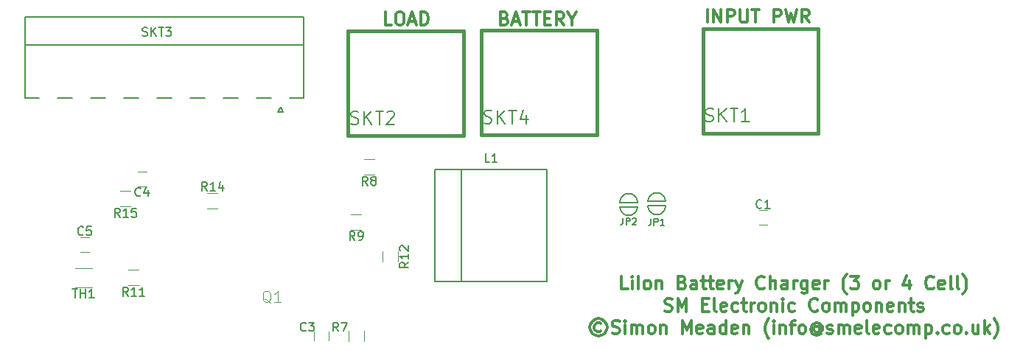
<source format=gbr>
G04 #@! TF.FileFunction,Legend,Top*
%FSLAX46Y46*%
G04 Gerber Fmt 4.6, Leading zero omitted, Abs format (unit mm)*
G04 Created by KiCad (PCBNEW 4.0.6) date Thu Jun  1 11:47:27 2017*
%MOMM*%
%LPD*%
G01*
G04 APERTURE LIST*
%ADD10C,0.100000*%
%ADD11C,0.300000*%
%ADD12C,0.150000*%
%ADD13C,0.203200*%
%ADD14C,0.120000*%
%ADD15C,0.406400*%
%ADD16C,0.101600*%
%ADD17C,0.152400*%
G04 APERTURE END LIST*
D10*
D11*
X123692859Y-72628571D02*
X122978573Y-72628571D01*
X122978573Y-71128571D01*
X124192859Y-72628571D02*
X124192859Y-71628571D01*
X124192859Y-71128571D02*
X124121430Y-71200000D01*
X124192859Y-71271429D01*
X124264287Y-71200000D01*
X124192859Y-71128571D01*
X124192859Y-71271429D01*
X124907145Y-72628571D02*
X124907145Y-71128571D01*
X125835717Y-72628571D02*
X125692859Y-72557143D01*
X125621431Y-72485714D01*
X125550002Y-72342857D01*
X125550002Y-71914286D01*
X125621431Y-71771429D01*
X125692859Y-71700000D01*
X125835717Y-71628571D01*
X126050002Y-71628571D01*
X126192859Y-71700000D01*
X126264288Y-71771429D01*
X126335717Y-71914286D01*
X126335717Y-72342857D01*
X126264288Y-72485714D01*
X126192859Y-72557143D01*
X126050002Y-72628571D01*
X125835717Y-72628571D01*
X126978574Y-71628571D02*
X126978574Y-72628571D01*
X126978574Y-71771429D02*
X127050002Y-71700000D01*
X127192860Y-71628571D01*
X127407145Y-71628571D01*
X127550002Y-71700000D01*
X127621431Y-71842857D01*
X127621431Y-72628571D01*
X129978574Y-71842857D02*
X130192860Y-71914286D01*
X130264288Y-71985714D01*
X130335717Y-72128571D01*
X130335717Y-72342857D01*
X130264288Y-72485714D01*
X130192860Y-72557143D01*
X130050002Y-72628571D01*
X129478574Y-72628571D01*
X129478574Y-71128571D01*
X129978574Y-71128571D01*
X130121431Y-71200000D01*
X130192860Y-71271429D01*
X130264288Y-71414286D01*
X130264288Y-71557143D01*
X130192860Y-71700000D01*
X130121431Y-71771429D01*
X129978574Y-71842857D01*
X129478574Y-71842857D01*
X131621431Y-72628571D02*
X131621431Y-71842857D01*
X131550002Y-71700000D01*
X131407145Y-71628571D01*
X131121431Y-71628571D01*
X130978574Y-71700000D01*
X131621431Y-72557143D02*
X131478574Y-72628571D01*
X131121431Y-72628571D01*
X130978574Y-72557143D01*
X130907145Y-72414286D01*
X130907145Y-72271429D01*
X130978574Y-72128571D01*
X131121431Y-72057143D01*
X131478574Y-72057143D01*
X131621431Y-71985714D01*
X132121431Y-71628571D02*
X132692860Y-71628571D01*
X132335717Y-71128571D02*
X132335717Y-72414286D01*
X132407145Y-72557143D01*
X132550003Y-72628571D01*
X132692860Y-72628571D01*
X132978574Y-71628571D02*
X133550003Y-71628571D01*
X133192860Y-71128571D02*
X133192860Y-72414286D01*
X133264288Y-72557143D01*
X133407146Y-72628571D01*
X133550003Y-72628571D01*
X134621431Y-72557143D02*
X134478574Y-72628571D01*
X134192860Y-72628571D01*
X134050003Y-72557143D01*
X133978574Y-72414286D01*
X133978574Y-71842857D01*
X134050003Y-71700000D01*
X134192860Y-71628571D01*
X134478574Y-71628571D01*
X134621431Y-71700000D01*
X134692860Y-71842857D01*
X134692860Y-71985714D01*
X133978574Y-72128571D01*
X135335717Y-72628571D02*
X135335717Y-71628571D01*
X135335717Y-71914286D02*
X135407145Y-71771429D01*
X135478574Y-71700000D01*
X135621431Y-71628571D01*
X135764288Y-71628571D01*
X136121431Y-71628571D02*
X136478574Y-72628571D01*
X136835716Y-71628571D02*
X136478574Y-72628571D01*
X136335716Y-72985714D01*
X136264288Y-73057143D01*
X136121431Y-73128571D01*
X139407145Y-72485714D02*
X139335716Y-72557143D01*
X139121430Y-72628571D01*
X138978573Y-72628571D01*
X138764288Y-72557143D01*
X138621430Y-72414286D01*
X138550002Y-72271429D01*
X138478573Y-71985714D01*
X138478573Y-71771429D01*
X138550002Y-71485714D01*
X138621430Y-71342857D01*
X138764288Y-71200000D01*
X138978573Y-71128571D01*
X139121430Y-71128571D01*
X139335716Y-71200000D01*
X139407145Y-71271429D01*
X140050002Y-72628571D02*
X140050002Y-71128571D01*
X140692859Y-72628571D02*
X140692859Y-71842857D01*
X140621430Y-71700000D01*
X140478573Y-71628571D01*
X140264288Y-71628571D01*
X140121430Y-71700000D01*
X140050002Y-71771429D01*
X142050002Y-72628571D02*
X142050002Y-71842857D01*
X141978573Y-71700000D01*
X141835716Y-71628571D01*
X141550002Y-71628571D01*
X141407145Y-71700000D01*
X142050002Y-72557143D02*
X141907145Y-72628571D01*
X141550002Y-72628571D01*
X141407145Y-72557143D01*
X141335716Y-72414286D01*
X141335716Y-72271429D01*
X141407145Y-72128571D01*
X141550002Y-72057143D01*
X141907145Y-72057143D01*
X142050002Y-71985714D01*
X142764288Y-72628571D02*
X142764288Y-71628571D01*
X142764288Y-71914286D02*
X142835716Y-71771429D01*
X142907145Y-71700000D01*
X143050002Y-71628571D01*
X143192859Y-71628571D01*
X144335716Y-71628571D02*
X144335716Y-72842857D01*
X144264287Y-72985714D01*
X144192859Y-73057143D01*
X144050002Y-73128571D01*
X143835716Y-73128571D01*
X143692859Y-73057143D01*
X144335716Y-72557143D02*
X144192859Y-72628571D01*
X143907145Y-72628571D01*
X143764287Y-72557143D01*
X143692859Y-72485714D01*
X143621430Y-72342857D01*
X143621430Y-71914286D01*
X143692859Y-71771429D01*
X143764287Y-71700000D01*
X143907145Y-71628571D01*
X144192859Y-71628571D01*
X144335716Y-71700000D01*
X145621430Y-72557143D02*
X145478573Y-72628571D01*
X145192859Y-72628571D01*
X145050002Y-72557143D01*
X144978573Y-72414286D01*
X144978573Y-71842857D01*
X145050002Y-71700000D01*
X145192859Y-71628571D01*
X145478573Y-71628571D01*
X145621430Y-71700000D01*
X145692859Y-71842857D01*
X145692859Y-71985714D01*
X144978573Y-72128571D01*
X146335716Y-72628571D02*
X146335716Y-71628571D01*
X146335716Y-71914286D02*
X146407144Y-71771429D01*
X146478573Y-71700000D01*
X146621430Y-71628571D01*
X146764287Y-71628571D01*
X148835715Y-73200000D02*
X148764287Y-73128571D01*
X148621430Y-72914286D01*
X148550001Y-72771429D01*
X148478572Y-72557143D01*
X148407144Y-72200000D01*
X148407144Y-71914286D01*
X148478572Y-71557143D01*
X148550001Y-71342857D01*
X148621430Y-71200000D01*
X148764287Y-70985714D01*
X148835715Y-70914286D01*
X149264287Y-71128571D02*
X150192858Y-71128571D01*
X149692858Y-71700000D01*
X149907144Y-71700000D01*
X150050001Y-71771429D01*
X150121430Y-71842857D01*
X150192858Y-71985714D01*
X150192858Y-72342857D01*
X150121430Y-72485714D01*
X150050001Y-72557143D01*
X149907144Y-72628571D01*
X149478572Y-72628571D01*
X149335715Y-72557143D01*
X149264287Y-72485714D01*
X152192858Y-72628571D02*
X152050000Y-72557143D01*
X151978572Y-72485714D01*
X151907143Y-72342857D01*
X151907143Y-71914286D01*
X151978572Y-71771429D01*
X152050000Y-71700000D01*
X152192858Y-71628571D01*
X152407143Y-71628571D01*
X152550000Y-71700000D01*
X152621429Y-71771429D01*
X152692858Y-71914286D01*
X152692858Y-72342857D01*
X152621429Y-72485714D01*
X152550000Y-72557143D01*
X152407143Y-72628571D01*
X152192858Y-72628571D01*
X153335715Y-72628571D02*
X153335715Y-71628571D01*
X153335715Y-71914286D02*
X153407143Y-71771429D01*
X153478572Y-71700000D01*
X153621429Y-71628571D01*
X153764286Y-71628571D01*
X156050000Y-71628571D02*
X156050000Y-72628571D01*
X155692857Y-71057143D02*
X155335714Y-72128571D01*
X156264286Y-72128571D01*
X158835714Y-72485714D02*
X158764285Y-72557143D01*
X158549999Y-72628571D01*
X158407142Y-72628571D01*
X158192857Y-72557143D01*
X158049999Y-72414286D01*
X157978571Y-72271429D01*
X157907142Y-71985714D01*
X157907142Y-71771429D01*
X157978571Y-71485714D01*
X158049999Y-71342857D01*
X158192857Y-71200000D01*
X158407142Y-71128571D01*
X158549999Y-71128571D01*
X158764285Y-71200000D01*
X158835714Y-71271429D01*
X160049999Y-72557143D02*
X159907142Y-72628571D01*
X159621428Y-72628571D01*
X159478571Y-72557143D01*
X159407142Y-72414286D01*
X159407142Y-71842857D01*
X159478571Y-71700000D01*
X159621428Y-71628571D01*
X159907142Y-71628571D01*
X160049999Y-71700000D01*
X160121428Y-71842857D01*
X160121428Y-71985714D01*
X159407142Y-72128571D01*
X160978571Y-72628571D02*
X160835713Y-72557143D01*
X160764285Y-72414286D01*
X160764285Y-71128571D01*
X161764285Y-72628571D02*
X161621427Y-72557143D01*
X161549999Y-72414286D01*
X161549999Y-71128571D01*
X162192856Y-73200000D02*
X162264284Y-73128571D01*
X162407141Y-72914286D01*
X162478570Y-72771429D01*
X162549999Y-72557143D01*
X162621427Y-72200000D01*
X162621427Y-71914286D01*
X162549999Y-71557143D01*
X162478570Y-71342857D01*
X162407141Y-71200000D01*
X162264284Y-70985714D01*
X162192856Y-70914286D01*
X127942857Y-75107143D02*
X128157143Y-75178571D01*
X128514286Y-75178571D01*
X128657143Y-75107143D01*
X128728572Y-75035714D01*
X128800000Y-74892857D01*
X128800000Y-74750000D01*
X128728572Y-74607143D01*
X128657143Y-74535714D01*
X128514286Y-74464286D01*
X128228572Y-74392857D01*
X128085714Y-74321429D01*
X128014286Y-74250000D01*
X127942857Y-74107143D01*
X127942857Y-73964286D01*
X128014286Y-73821429D01*
X128085714Y-73750000D01*
X128228572Y-73678571D01*
X128585714Y-73678571D01*
X128800000Y-73750000D01*
X129442857Y-75178571D02*
X129442857Y-73678571D01*
X129942857Y-74750000D01*
X130442857Y-73678571D01*
X130442857Y-75178571D01*
X132300000Y-74392857D02*
X132800000Y-74392857D01*
X133014286Y-75178571D02*
X132300000Y-75178571D01*
X132300000Y-73678571D01*
X133014286Y-73678571D01*
X133871429Y-75178571D02*
X133728571Y-75107143D01*
X133657143Y-74964286D01*
X133657143Y-73678571D01*
X135014285Y-75107143D02*
X134871428Y-75178571D01*
X134585714Y-75178571D01*
X134442857Y-75107143D01*
X134371428Y-74964286D01*
X134371428Y-74392857D01*
X134442857Y-74250000D01*
X134585714Y-74178571D01*
X134871428Y-74178571D01*
X135014285Y-74250000D01*
X135085714Y-74392857D01*
X135085714Y-74535714D01*
X134371428Y-74678571D01*
X136371428Y-75107143D02*
X136228571Y-75178571D01*
X135942857Y-75178571D01*
X135799999Y-75107143D01*
X135728571Y-75035714D01*
X135657142Y-74892857D01*
X135657142Y-74464286D01*
X135728571Y-74321429D01*
X135799999Y-74250000D01*
X135942857Y-74178571D01*
X136228571Y-74178571D01*
X136371428Y-74250000D01*
X136799999Y-74178571D02*
X137371428Y-74178571D01*
X137014285Y-73678571D02*
X137014285Y-74964286D01*
X137085713Y-75107143D01*
X137228571Y-75178571D01*
X137371428Y-75178571D01*
X137871428Y-75178571D02*
X137871428Y-74178571D01*
X137871428Y-74464286D02*
X137942856Y-74321429D01*
X138014285Y-74250000D01*
X138157142Y-74178571D01*
X138299999Y-74178571D01*
X139014285Y-75178571D02*
X138871427Y-75107143D01*
X138799999Y-75035714D01*
X138728570Y-74892857D01*
X138728570Y-74464286D01*
X138799999Y-74321429D01*
X138871427Y-74250000D01*
X139014285Y-74178571D01*
X139228570Y-74178571D01*
X139371427Y-74250000D01*
X139442856Y-74321429D01*
X139514285Y-74464286D01*
X139514285Y-74892857D01*
X139442856Y-75035714D01*
X139371427Y-75107143D01*
X139228570Y-75178571D01*
X139014285Y-75178571D01*
X140157142Y-74178571D02*
X140157142Y-75178571D01*
X140157142Y-74321429D02*
X140228570Y-74250000D01*
X140371428Y-74178571D01*
X140585713Y-74178571D01*
X140728570Y-74250000D01*
X140799999Y-74392857D01*
X140799999Y-75178571D01*
X141514285Y-75178571D02*
X141514285Y-74178571D01*
X141514285Y-73678571D02*
X141442856Y-73750000D01*
X141514285Y-73821429D01*
X141585713Y-73750000D01*
X141514285Y-73678571D01*
X141514285Y-73821429D01*
X142871428Y-75107143D02*
X142728571Y-75178571D01*
X142442857Y-75178571D01*
X142299999Y-75107143D01*
X142228571Y-75035714D01*
X142157142Y-74892857D01*
X142157142Y-74464286D01*
X142228571Y-74321429D01*
X142299999Y-74250000D01*
X142442857Y-74178571D01*
X142728571Y-74178571D01*
X142871428Y-74250000D01*
X145514285Y-75035714D02*
X145442856Y-75107143D01*
X145228570Y-75178571D01*
X145085713Y-75178571D01*
X144871428Y-75107143D01*
X144728570Y-74964286D01*
X144657142Y-74821429D01*
X144585713Y-74535714D01*
X144585713Y-74321429D01*
X144657142Y-74035714D01*
X144728570Y-73892857D01*
X144871428Y-73750000D01*
X145085713Y-73678571D01*
X145228570Y-73678571D01*
X145442856Y-73750000D01*
X145514285Y-73821429D01*
X146371428Y-75178571D02*
X146228570Y-75107143D01*
X146157142Y-75035714D01*
X146085713Y-74892857D01*
X146085713Y-74464286D01*
X146157142Y-74321429D01*
X146228570Y-74250000D01*
X146371428Y-74178571D01*
X146585713Y-74178571D01*
X146728570Y-74250000D01*
X146799999Y-74321429D01*
X146871428Y-74464286D01*
X146871428Y-74892857D01*
X146799999Y-75035714D01*
X146728570Y-75107143D01*
X146585713Y-75178571D01*
X146371428Y-75178571D01*
X147514285Y-75178571D02*
X147514285Y-74178571D01*
X147514285Y-74321429D02*
X147585713Y-74250000D01*
X147728571Y-74178571D01*
X147942856Y-74178571D01*
X148085713Y-74250000D01*
X148157142Y-74392857D01*
X148157142Y-75178571D01*
X148157142Y-74392857D02*
X148228571Y-74250000D01*
X148371428Y-74178571D01*
X148585713Y-74178571D01*
X148728571Y-74250000D01*
X148799999Y-74392857D01*
X148799999Y-75178571D01*
X149514285Y-74178571D02*
X149514285Y-75678571D01*
X149514285Y-74250000D02*
X149657142Y-74178571D01*
X149942856Y-74178571D01*
X150085713Y-74250000D01*
X150157142Y-74321429D01*
X150228571Y-74464286D01*
X150228571Y-74892857D01*
X150157142Y-75035714D01*
X150085713Y-75107143D01*
X149942856Y-75178571D01*
X149657142Y-75178571D01*
X149514285Y-75107143D01*
X151085714Y-75178571D02*
X150942856Y-75107143D01*
X150871428Y-75035714D01*
X150799999Y-74892857D01*
X150799999Y-74464286D01*
X150871428Y-74321429D01*
X150942856Y-74250000D01*
X151085714Y-74178571D01*
X151299999Y-74178571D01*
X151442856Y-74250000D01*
X151514285Y-74321429D01*
X151585714Y-74464286D01*
X151585714Y-74892857D01*
X151514285Y-75035714D01*
X151442856Y-75107143D01*
X151299999Y-75178571D01*
X151085714Y-75178571D01*
X152228571Y-74178571D02*
X152228571Y-75178571D01*
X152228571Y-74321429D02*
X152299999Y-74250000D01*
X152442857Y-74178571D01*
X152657142Y-74178571D01*
X152799999Y-74250000D01*
X152871428Y-74392857D01*
X152871428Y-75178571D01*
X154157142Y-75107143D02*
X154014285Y-75178571D01*
X153728571Y-75178571D01*
X153585714Y-75107143D01*
X153514285Y-74964286D01*
X153514285Y-74392857D01*
X153585714Y-74250000D01*
X153728571Y-74178571D01*
X154014285Y-74178571D01*
X154157142Y-74250000D01*
X154228571Y-74392857D01*
X154228571Y-74535714D01*
X153514285Y-74678571D01*
X154871428Y-74178571D02*
X154871428Y-75178571D01*
X154871428Y-74321429D02*
X154942856Y-74250000D01*
X155085714Y-74178571D01*
X155299999Y-74178571D01*
X155442856Y-74250000D01*
X155514285Y-74392857D01*
X155514285Y-75178571D01*
X156014285Y-74178571D02*
X156585714Y-74178571D01*
X156228571Y-73678571D02*
X156228571Y-74964286D01*
X156299999Y-75107143D01*
X156442857Y-75178571D01*
X156585714Y-75178571D01*
X157014285Y-75107143D02*
X157157142Y-75178571D01*
X157442857Y-75178571D01*
X157585714Y-75107143D01*
X157657142Y-74964286D01*
X157657142Y-74892857D01*
X157585714Y-74750000D01*
X157442857Y-74678571D01*
X157228571Y-74678571D01*
X157085714Y-74607143D01*
X157014285Y-74464286D01*
X157014285Y-74392857D01*
X157085714Y-74250000D01*
X157228571Y-74178571D01*
X157442857Y-74178571D01*
X157585714Y-74250000D01*
X120621429Y-76585714D02*
X120478571Y-76514286D01*
X120192857Y-76514286D01*
X120050000Y-76585714D01*
X119907143Y-76728571D01*
X119835714Y-76871429D01*
X119835714Y-77157143D01*
X119907143Y-77300000D01*
X120050000Y-77442857D01*
X120192857Y-77514286D01*
X120478571Y-77514286D01*
X120621429Y-77442857D01*
X120335714Y-76014286D02*
X119978571Y-76085714D01*
X119621429Y-76300000D01*
X119407143Y-76657143D01*
X119335714Y-77014286D01*
X119407143Y-77371429D01*
X119621429Y-77728571D01*
X119978571Y-77942857D01*
X120335714Y-78014286D01*
X120692857Y-77942857D01*
X121050000Y-77728571D01*
X121264286Y-77371429D01*
X121335714Y-77014286D01*
X121264286Y-76657143D01*
X121050000Y-76300000D01*
X120692857Y-76085714D01*
X120335714Y-76014286D01*
X121907143Y-77657143D02*
X122121429Y-77728571D01*
X122478572Y-77728571D01*
X122621429Y-77657143D01*
X122692858Y-77585714D01*
X122764286Y-77442857D01*
X122764286Y-77300000D01*
X122692858Y-77157143D01*
X122621429Y-77085714D01*
X122478572Y-77014286D01*
X122192858Y-76942857D01*
X122050000Y-76871429D01*
X121978572Y-76800000D01*
X121907143Y-76657143D01*
X121907143Y-76514286D01*
X121978572Y-76371429D01*
X122050000Y-76300000D01*
X122192858Y-76228571D01*
X122550000Y-76228571D01*
X122764286Y-76300000D01*
X123407143Y-77728571D02*
X123407143Y-76728571D01*
X123407143Y-76228571D02*
X123335714Y-76300000D01*
X123407143Y-76371429D01*
X123478571Y-76300000D01*
X123407143Y-76228571D01*
X123407143Y-76371429D01*
X124121429Y-77728571D02*
X124121429Y-76728571D01*
X124121429Y-76871429D02*
X124192857Y-76800000D01*
X124335715Y-76728571D01*
X124550000Y-76728571D01*
X124692857Y-76800000D01*
X124764286Y-76942857D01*
X124764286Y-77728571D01*
X124764286Y-76942857D02*
X124835715Y-76800000D01*
X124978572Y-76728571D01*
X125192857Y-76728571D01*
X125335715Y-76800000D01*
X125407143Y-76942857D01*
X125407143Y-77728571D01*
X126335715Y-77728571D02*
X126192857Y-77657143D01*
X126121429Y-77585714D01*
X126050000Y-77442857D01*
X126050000Y-77014286D01*
X126121429Y-76871429D01*
X126192857Y-76800000D01*
X126335715Y-76728571D01*
X126550000Y-76728571D01*
X126692857Y-76800000D01*
X126764286Y-76871429D01*
X126835715Y-77014286D01*
X126835715Y-77442857D01*
X126764286Y-77585714D01*
X126692857Y-77657143D01*
X126550000Y-77728571D01*
X126335715Y-77728571D01*
X127478572Y-76728571D02*
X127478572Y-77728571D01*
X127478572Y-76871429D02*
X127550000Y-76800000D01*
X127692858Y-76728571D01*
X127907143Y-76728571D01*
X128050000Y-76800000D01*
X128121429Y-76942857D01*
X128121429Y-77728571D01*
X129978572Y-77728571D02*
X129978572Y-76228571D01*
X130478572Y-77300000D01*
X130978572Y-76228571D01*
X130978572Y-77728571D01*
X132264286Y-77657143D02*
X132121429Y-77728571D01*
X131835715Y-77728571D01*
X131692858Y-77657143D01*
X131621429Y-77514286D01*
X131621429Y-76942857D01*
X131692858Y-76800000D01*
X131835715Y-76728571D01*
X132121429Y-76728571D01*
X132264286Y-76800000D01*
X132335715Y-76942857D01*
X132335715Y-77085714D01*
X131621429Y-77228571D01*
X133621429Y-77728571D02*
X133621429Y-76942857D01*
X133550000Y-76800000D01*
X133407143Y-76728571D01*
X133121429Y-76728571D01*
X132978572Y-76800000D01*
X133621429Y-77657143D02*
X133478572Y-77728571D01*
X133121429Y-77728571D01*
X132978572Y-77657143D01*
X132907143Y-77514286D01*
X132907143Y-77371429D01*
X132978572Y-77228571D01*
X133121429Y-77157143D01*
X133478572Y-77157143D01*
X133621429Y-77085714D01*
X134978572Y-77728571D02*
X134978572Y-76228571D01*
X134978572Y-77657143D02*
X134835715Y-77728571D01*
X134550001Y-77728571D01*
X134407143Y-77657143D01*
X134335715Y-77585714D01*
X134264286Y-77442857D01*
X134264286Y-77014286D01*
X134335715Y-76871429D01*
X134407143Y-76800000D01*
X134550001Y-76728571D01*
X134835715Y-76728571D01*
X134978572Y-76800000D01*
X136264286Y-77657143D02*
X136121429Y-77728571D01*
X135835715Y-77728571D01*
X135692858Y-77657143D01*
X135621429Y-77514286D01*
X135621429Y-76942857D01*
X135692858Y-76800000D01*
X135835715Y-76728571D01*
X136121429Y-76728571D01*
X136264286Y-76800000D01*
X136335715Y-76942857D01*
X136335715Y-77085714D01*
X135621429Y-77228571D01*
X136978572Y-76728571D02*
X136978572Y-77728571D01*
X136978572Y-76871429D02*
X137050000Y-76800000D01*
X137192858Y-76728571D01*
X137407143Y-76728571D01*
X137550000Y-76800000D01*
X137621429Y-76942857D01*
X137621429Y-77728571D01*
X139907143Y-78300000D02*
X139835715Y-78228571D01*
X139692858Y-78014286D01*
X139621429Y-77871429D01*
X139550000Y-77657143D01*
X139478572Y-77300000D01*
X139478572Y-77014286D01*
X139550000Y-76657143D01*
X139621429Y-76442857D01*
X139692858Y-76300000D01*
X139835715Y-76085714D01*
X139907143Y-76014286D01*
X140478572Y-77728571D02*
X140478572Y-76728571D01*
X140478572Y-76228571D02*
X140407143Y-76300000D01*
X140478572Y-76371429D01*
X140550000Y-76300000D01*
X140478572Y-76228571D01*
X140478572Y-76371429D01*
X141192858Y-76728571D02*
X141192858Y-77728571D01*
X141192858Y-76871429D02*
X141264286Y-76800000D01*
X141407144Y-76728571D01*
X141621429Y-76728571D01*
X141764286Y-76800000D01*
X141835715Y-76942857D01*
X141835715Y-77728571D01*
X142335715Y-76728571D02*
X142907144Y-76728571D01*
X142550001Y-77728571D02*
X142550001Y-76442857D01*
X142621429Y-76300000D01*
X142764287Y-76228571D01*
X142907144Y-76228571D01*
X143621430Y-77728571D02*
X143478572Y-77657143D01*
X143407144Y-77585714D01*
X143335715Y-77442857D01*
X143335715Y-77014286D01*
X143407144Y-76871429D01*
X143478572Y-76800000D01*
X143621430Y-76728571D01*
X143835715Y-76728571D01*
X143978572Y-76800000D01*
X144050001Y-76871429D01*
X144121430Y-77014286D01*
X144121430Y-77442857D01*
X144050001Y-77585714D01*
X143978572Y-77657143D01*
X143835715Y-77728571D01*
X143621430Y-77728571D01*
X145692858Y-77014286D02*
X145621430Y-76942857D01*
X145478573Y-76871429D01*
X145335715Y-76871429D01*
X145192858Y-76942857D01*
X145121430Y-77014286D01*
X145050001Y-77157143D01*
X145050001Y-77300000D01*
X145121430Y-77442857D01*
X145192858Y-77514286D01*
X145335715Y-77585714D01*
X145478573Y-77585714D01*
X145621430Y-77514286D01*
X145692858Y-77442857D01*
X145692858Y-76871429D02*
X145692858Y-77442857D01*
X145764287Y-77514286D01*
X145835715Y-77514286D01*
X145978573Y-77442857D01*
X146050001Y-77300000D01*
X146050001Y-76942857D01*
X145907144Y-76728571D01*
X145692858Y-76585714D01*
X145407144Y-76514286D01*
X145121430Y-76585714D01*
X144907144Y-76728571D01*
X144764287Y-76942857D01*
X144692858Y-77228571D01*
X144764287Y-77514286D01*
X144907144Y-77728571D01*
X145121430Y-77871429D01*
X145407144Y-77942857D01*
X145692858Y-77871429D01*
X145907144Y-77728571D01*
X146621429Y-77657143D02*
X146764286Y-77728571D01*
X147050001Y-77728571D01*
X147192858Y-77657143D01*
X147264286Y-77514286D01*
X147264286Y-77442857D01*
X147192858Y-77300000D01*
X147050001Y-77228571D01*
X146835715Y-77228571D01*
X146692858Y-77157143D01*
X146621429Y-77014286D01*
X146621429Y-76942857D01*
X146692858Y-76800000D01*
X146835715Y-76728571D01*
X147050001Y-76728571D01*
X147192858Y-76800000D01*
X147907144Y-77728571D02*
X147907144Y-76728571D01*
X147907144Y-76871429D02*
X147978572Y-76800000D01*
X148121430Y-76728571D01*
X148335715Y-76728571D01*
X148478572Y-76800000D01*
X148550001Y-76942857D01*
X148550001Y-77728571D01*
X148550001Y-76942857D02*
X148621430Y-76800000D01*
X148764287Y-76728571D01*
X148978572Y-76728571D01*
X149121430Y-76800000D01*
X149192858Y-76942857D01*
X149192858Y-77728571D01*
X150478572Y-77657143D02*
X150335715Y-77728571D01*
X150050001Y-77728571D01*
X149907144Y-77657143D01*
X149835715Y-77514286D01*
X149835715Y-76942857D01*
X149907144Y-76800000D01*
X150050001Y-76728571D01*
X150335715Y-76728571D01*
X150478572Y-76800000D01*
X150550001Y-76942857D01*
X150550001Y-77085714D01*
X149835715Y-77228571D01*
X151407144Y-77728571D02*
X151264286Y-77657143D01*
X151192858Y-77514286D01*
X151192858Y-76228571D01*
X152550000Y-77657143D02*
X152407143Y-77728571D01*
X152121429Y-77728571D01*
X151978572Y-77657143D01*
X151907143Y-77514286D01*
X151907143Y-76942857D01*
X151978572Y-76800000D01*
X152121429Y-76728571D01*
X152407143Y-76728571D01*
X152550000Y-76800000D01*
X152621429Y-76942857D01*
X152621429Y-77085714D01*
X151907143Y-77228571D01*
X153907143Y-77657143D02*
X153764286Y-77728571D01*
X153478572Y-77728571D01*
X153335714Y-77657143D01*
X153264286Y-77585714D01*
X153192857Y-77442857D01*
X153192857Y-77014286D01*
X153264286Y-76871429D01*
X153335714Y-76800000D01*
X153478572Y-76728571D01*
X153764286Y-76728571D01*
X153907143Y-76800000D01*
X154764286Y-77728571D02*
X154621428Y-77657143D01*
X154550000Y-77585714D01*
X154478571Y-77442857D01*
X154478571Y-77014286D01*
X154550000Y-76871429D01*
X154621428Y-76800000D01*
X154764286Y-76728571D01*
X154978571Y-76728571D01*
X155121428Y-76800000D01*
X155192857Y-76871429D01*
X155264286Y-77014286D01*
X155264286Y-77442857D01*
X155192857Y-77585714D01*
X155121428Y-77657143D01*
X154978571Y-77728571D01*
X154764286Y-77728571D01*
X155907143Y-77728571D02*
X155907143Y-76728571D01*
X155907143Y-76871429D02*
X155978571Y-76800000D01*
X156121429Y-76728571D01*
X156335714Y-76728571D01*
X156478571Y-76800000D01*
X156550000Y-76942857D01*
X156550000Y-77728571D01*
X156550000Y-76942857D02*
X156621429Y-76800000D01*
X156764286Y-76728571D01*
X156978571Y-76728571D01*
X157121429Y-76800000D01*
X157192857Y-76942857D01*
X157192857Y-77728571D01*
X157907143Y-76728571D02*
X157907143Y-78228571D01*
X157907143Y-76800000D02*
X158050000Y-76728571D01*
X158335714Y-76728571D01*
X158478571Y-76800000D01*
X158550000Y-76871429D01*
X158621429Y-77014286D01*
X158621429Y-77442857D01*
X158550000Y-77585714D01*
X158478571Y-77657143D01*
X158335714Y-77728571D01*
X158050000Y-77728571D01*
X157907143Y-77657143D01*
X159264286Y-77585714D02*
X159335714Y-77657143D01*
X159264286Y-77728571D01*
X159192857Y-77657143D01*
X159264286Y-77585714D01*
X159264286Y-77728571D01*
X160621429Y-77657143D02*
X160478572Y-77728571D01*
X160192858Y-77728571D01*
X160050000Y-77657143D01*
X159978572Y-77585714D01*
X159907143Y-77442857D01*
X159907143Y-77014286D01*
X159978572Y-76871429D01*
X160050000Y-76800000D01*
X160192858Y-76728571D01*
X160478572Y-76728571D01*
X160621429Y-76800000D01*
X161478572Y-77728571D02*
X161335714Y-77657143D01*
X161264286Y-77585714D01*
X161192857Y-77442857D01*
X161192857Y-77014286D01*
X161264286Y-76871429D01*
X161335714Y-76800000D01*
X161478572Y-76728571D01*
X161692857Y-76728571D01*
X161835714Y-76800000D01*
X161907143Y-76871429D01*
X161978572Y-77014286D01*
X161978572Y-77442857D01*
X161907143Y-77585714D01*
X161835714Y-77657143D01*
X161692857Y-77728571D01*
X161478572Y-77728571D01*
X162621429Y-77585714D02*
X162692857Y-77657143D01*
X162621429Y-77728571D01*
X162550000Y-77657143D01*
X162621429Y-77585714D01*
X162621429Y-77728571D01*
X163978572Y-76728571D02*
X163978572Y-77728571D01*
X163335715Y-76728571D02*
X163335715Y-77514286D01*
X163407143Y-77657143D01*
X163550001Y-77728571D01*
X163764286Y-77728571D01*
X163907143Y-77657143D01*
X163978572Y-77585714D01*
X164692858Y-77728571D02*
X164692858Y-76228571D01*
X164835715Y-77157143D02*
X165264286Y-77728571D01*
X165264286Y-76728571D02*
X164692858Y-77300000D01*
X165764287Y-78300000D02*
X165835715Y-78228571D01*
X165978572Y-78014286D01*
X166050001Y-77871429D01*
X166121430Y-77657143D01*
X166192858Y-77300000D01*
X166192858Y-77014286D01*
X166121430Y-76657143D01*
X166050001Y-76442857D01*
X165978572Y-76300000D01*
X165835715Y-76085714D01*
X165764287Y-76014286D01*
X132828571Y-41978571D02*
X132828571Y-40478571D01*
X133542857Y-41978571D02*
X133542857Y-40478571D01*
X134400000Y-41978571D01*
X134400000Y-40478571D01*
X135114286Y-41978571D02*
X135114286Y-40478571D01*
X135685714Y-40478571D01*
X135828572Y-40550000D01*
X135900000Y-40621429D01*
X135971429Y-40764286D01*
X135971429Y-40978571D01*
X135900000Y-41121429D01*
X135828572Y-41192857D01*
X135685714Y-41264286D01*
X135114286Y-41264286D01*
X136614286Y-40478571D02*
X136614286Y-41692857D01*
X136685714Y-41835714D01*
X136757143Y-41907143D01*
X136900000Y-41978571D01*
X137185714Y-41978571D01*
X137328572Y-41907143D01*
X137400000Y-41835714D01*
X137471429Y-41692857D01*
X137471429Y-40478571D01*
X137971429Y-40478571D02*
X138828572Y-40478571D01*
X138400001Y-41978571D02*
X138400001Y-40478571D01*
X140471429Y-41978571D02*
X140471429Y-40478571D01*
X141042857Y-40478571D01*
X141185715Y-40550000D01*
X141257143Y-40621429D01*
X141328572Y-40764286D01*
X141328572Y-40978571D01*
X141257143Y-41121429D01*
X141185715Y-41192857D01*
X141042857Y-41264286D01*
X140471429Y-41264286D01*
X141828572Y-40478571D02*
X142185715Y-41978571D01*
X142471429Y-40907143D01*
X142757143Y-41978571D01*
X143114286Y-40478571D01*
X144542858Y-41978571D02*
X144042858Y-41264286D01*
X143685715Y-41978571D02*
X143685715Y-40478571D01*
X144257143Y-40478571D01*
X144400001Y-40550000D01*
X144471429Y-40621429D01*
X144542858Y-40764286D01*
X144542858Y-40978571D01*
X144471429Y-41121429D01*
X144400001Y-41192857D01*
X144257143Y-41264286D01*
X143685715Y-41264286D01*
X96585715Y-42278571D02*
X95871429Y-42278571D01*
X95871429Y-40778571D01*
X97371429Y-40778571D02*
X97657143Y-40778571D01*
X97800001Y-40850000D01*
X97942858Y-40992857D01*
X98014286Y-41278571D01*
X98014286Y-41778571D01*
X97942858Y-42064286D01*
X97800001Y-42207143D01*
X97657143Y-42278571D01*
X97371429Y-42278571D01*
X97228572Y-42207143D01*
X97085715Y-42064286D01*
X97014286Y-41778571D01*
X97014286Y-41278571D01*
X97085715Y-40992857D01*
X97228572Y-40850000D01*
X97371429Y-40778571D01*
X98585715Y-41850000D02*
X99300001Y-41850000D01*
X98442858Y-42278571D02*
X98942858Y-40778571D01*
X99442858Y-42278571D01*
X99942858Y-42278571D02*
X99942858Y-40778571D01*
X100300001Y-40778571D01*
X100514286Y-40850000D01*
X100657144Y-40992857D01*
X100728572Y-41135714D01*
X100800001Y-41421429D01*
X100800001Y-41635714D01*
X100728572Y-41921429D01*
X100657144Y-42064286D01*
X100514286Y-42207143D01*
X100300001Y-42278571D01*
X99942858Y-42278571D01*
X109550001Y-41492857D02*
X109764287Y-41564286D01*
X109835715Y-41635714D01*
X109907144Y-41778571D01*
X109907144Y-41992857D01*
X109835715Y-42135714D01*
X109764287Y-42207143D01*
X109621429Y-42278571D01*
X109050001Y-42278571D01*
X109050001Y-40778571D01*
X109550001Y-40778571D01*
X109692858Y-40850000D01*
X109764287Y-40921429D01*
X109835715Y-41064286D01*
X109835715Y-41207143D01*
X109764287Y-41350000D01*
X109692858Y-41421429D01*
X109550001Y-41492857D01*
X109050001Y-41492857D01*
X110478572Y-41850000D02*
X111192858Y-41850000D01*
X110335715Y-42278571D02*
X110835715Y-40778571D01*
X111335715Y-42278571D01*
X111621429Y-40778571D02*
X112478572Y-40778571D01*
X112050001Y-42278571D02*
X112050001Y-40778571D01*
X112764286Y-40778571D02*
X113621429Y-40778571D01*
X113192858Y-42278571D02*
X113192858Y-40778571D01*
X114121429Y-41492857D02*
X114621429Y-41492857D01*
X114835715Y-42278571D02*
X114121429Y-42278571D01*
X114121429Y-40778571D01*
X114835715Y-40778571D01*
X116335715Y-42278571D02*
X115835715Y-41564286D01*
X115478572Y-42278571D02*
X115478572Y-40778571D01*
X116050000Y-40778571D01*
X116192858Y-40850000D01*
X116264286Y-40921429D01*
X116335715Y-41064286D01*
X116335715Y-41278571D01*
X116264286Y-41421429D01*
X116192858Y-41492857D01*
X116050000Y-41564286D01*
X115478572Y-41564286D01*
X117264286Y-41564286D02*
X117264286Y-42278571D01*
X116764286Y-40778571D02*
X117264286Y-41564286D01*
X117764286Y-40778571D01*
D12*
X104600000Y-71700000D02*
X104600000Y-58900000D01*
X114450000Y-71750000D02*
X101550000Y-71750000D01*
X101550000Y-71750000D02*
X101550000Y-58850000D01*
X101550000Y-58850000D02*
X114450000Y-58850000D01*
X114450000Y-58850000D02*
X114450000Y-71750000D01*
D13*
X128046000Y-62556000D02*
X126014000Y-62556000D01*
X126014000Y-63064000D02*
X128046000Y-63064000D01*
X128046000Y-62556000D02*
G75*
G03X127030000Y-61540000I-1016000J0D01*
G01*
X127030000Y-61540000D02*
G75*
G03X126014000Y-62556000I0J-1016000D01*
G01*
X126014000Y-63064000D02*
G75*
G03X127030000Y-64080000I1016000J0D01*
G01*
X127030000Y-64080000D02*
G75*
G03X128046000Y-63064000I0J1016000D01*
G01*
X124816000Y-62646000D02*
X122784000Y-62646000D01*
X122784000Y-63154000D02*
X124816000Y-63154000D01*
X124816000Y-62646000D02*
G75*
G03X123800000Y-61630000I-1016000J0D01*
G01*
X123800000Y-61630000D02*
G75*
G03X122784000Y-62646000I0J-1016000D01*
G01*
X122784000Y-63154000D02*
G75*
G03X123800000Y-64170000I1016000J0D01*
G01*
X123800000Y-64170000D02*
G75*
G03X124816000Y-63154000I0J1016000D01*
G01*
D14*
X93380000Y-77400000D02*
X93380000Y-78600000D01*
X91620000Y-78600000D02*
X91620000Y-77400000D01*
X93400000Y-57720000D02*
X94600000Y-57720000D01*
X94600000Y-59480000D02*
X93400000Y-59480000D01*
X139750000Y-63550000D02*
X138750000Y-63550000D01*
X138750000Y-65250000D02*
X139750000Y-65250000D01*
D15*
X145599560Y-54698980D02*
X132320440Y-54698980D01*
X132320440Y-54698980D02*
X132320440Y-42700020D01*
X132320440Y-42700020D02*
X145599560Y-42700020D01*
X145599560Y-42700020D02*
X145599560Y-54698980D01*
D14*
X60210000Y-70240000D02*
X62210000Y-70240000D01*
X62210000Y-72380000D02*
X60210000Y-72380000D01*
X89350000Y-78500000D02*
X89350000Y-77500000D01*
X87650000Y-77500000D02*
X87650000Y-78500000D01*
X67400000Y-60850000D02*
X68400000Y-60850000D01*
X68400000Y-59150000D02*
X67400000Y-59150000D01*
X61810000Y-66630000D02*
X60810000Y-66630000D01*
X60810000Y-68330000D02*
X61810000Y-68330000D01*
X91900000Y-64020000D02*
X93100000Y-64020000D01*
X93100000Y-65780000D02*
X91900000Y-65780000D01*
X66330000Y-70430000D02*
X67530000Y-70430000D01*
X67530000Y-72190000D02*
X66330000Y-72190000D01*
X95520000Y-69500000D02*
X95520000Y-68300000D01*
X97280000Y-68300000D02*
X97280000Y-69500000D01*
X76600000Y-63380000D02*
X75400000Y-63380000D01*
X75400000Y-61620000D02*
X76600000Y-61620000D01*
X65400000Y-61370000D02*
X66600000Y-61370000D01*
X66600000Y-63130000D02*
X65400000Y-63130000D01*
D15*
X104849560Y-54998980D02*
X91570440Y-54998980D01*
X91570440Y-54998980D02*
X91570440Y-43000020D01*
X91570440Y-43000020D02*
X104849560Y-43000020D01*
X104849560Y-43000020D02*
X104849560Y-54998980D01*
D12*
X86490000Y-50680000D02*
X86490000Y-41320000D01*
X86490000Y-41320000D02*
X54460000Y-41320000D01*
X54460000Y-41320000D02*
X54460000Y-50680000D01*
X86490000Y-50680000D02*
X84860000Y-50680000D01*
X54460000Y-50680000D02*
X56090000Y-50680000D01*
X82760000Y-50680000D02*
X81050000Y-50680000D01*
X78950000Y-50680000D02*
X77240000Y-50680000D01*
X75140000Y-50680000D02*
X73430000Y-50680000D01*
X71330000Y-50680000D02*
X69620000Y-50680000D01*
X67520000Y-50680000D02*
X65810000Y-50680000D01*
X63710000Y-50680000D02*
X62000000Y-50680000D01*
X59900000Y-50680000D02*
X58190000Y-50680000D01*
X86490000Y-44600000D02*
X54460000Y-44600000D01*
X83810000Y-51700000D02*
X83510000Y-52300000D01*
X83510000Y-52300000D02*
X84110000Y-52300000D01*
X84110000Y-52300000D02*
X83810000Y-51700000D01*
D15*
X120149560Y-54898980D02*
X106870440Y-54898980D01*
X106870440Y-54898980D02*
X106870440Y-42900020D01*
X106870440Y-42900020D02*
X120149560Y-42900020D01*
X120149560Y-42900020D02*
X120149560Y-54898980D01*
D16*
X82679048Y-74195476D02*
X82558095Y-74135000D01*
X82437143Y-74014048D01*
X82255714Y-73832619D01*
X82134762Y-73772143D01*
X82013810Y-73772143D01*
X82074286Y-74074524D02*
X81953333Y-74014048D01*
X81832381Y-73893095D01*
X81771905Y-73651190D01*
X81771905Y-73227857D01*
X81832381Y-72985952D01*
X81953333Y-72865000D01*
X82074286Y-72804524D01*
X82316190Y-72804524D01*
X82437143Y-72865000D01*
X82558095Y-72985952D01*
X82618571Y-73227857D01*
X82618571Y-73651190D01*
X82558095Y-73893095D01*
X82437143Y-74014048D01*
X82316190Y-74074524D01*
X82074286Y-74074524D01*
X83828095Y-74074524D02*
X83102381Y-74074524D01*
X83465238Y-74074524D02*
X83465238Y-72804524D01*
X83344286Y-72985952D01*
X83223333Y-73106905D01*
X83102381Y-73167381D01*
D12*
X107833334Y-58052381D02*
X107357143Y-58052381D01*
X107357143Y-57052381D01*
X108690477Y-58052381D02*
X108119048Y-58052381D01*
X108404762Y-58052381D02*
X108404762Y-57052381D01*
X108309524Y-57195238D01*
X108214286Y-57290476D01*
X108119048Y-57338095D01*
D17*
X126355001Y-64512714D02*
X126355001Y-65057000D01*
X126318715Y-65165857D01*
X126246144Y-65238429D01*
X126137287Y-65274714D01*
X126064715Y-65274714D01*
X126717858Y-65274714D02*
X126717858Y-64512714D01*
X127008143Y-64512714D01*
X127080715Y-64549000D01*
X127117000Y-64585286D01*
X127153286Y-64657857D01*
X127153286Y-64766714D01*
X127117000Y-64839286D01*
X127080715Y-64875571D01*
X127008143Y-64911857D01*
X126717858Y-64911857D01*
X127879000Y-65274714D02*
X127443572Y-65274714D01*
X127661286Y-65274714D02*
X127661286Y-64512714D01*
X127588715Y-64621571D01*
X127516143Y-64694143D01*
X127443572Y-64730429D01*
X123165001Y-64442714D02*
X123165001Y-64987000D01*
X123128715Y-65095857D01*
X123056144Y-65168429D01*
X122947287Y-65204714D01*
X122874715Y-65204714D01*
X123527858Y-65204714D02*
X123527858Y-64442714D01*
X123818143Y-64442714D01*
X123890715Y-64479000D01*
X123927000Y-64515286D01*
X123963286Y-64587857D01*
X123963286Y-64696714D01*
X123927000Y-64769286D01*
X123890715Y-64805571D01*
X123818143Y-64841857D01*
X123527858Y-64841857D01*
X124253572Y-64515286D02*
X124289858Y-64479000D01*
X124362429Y-64442714D01*
X124543858Y-64442714D01*
X124616429Y-64479000D01*
X124652715Y-64515286D01*
X124689000Y-64587857D01*
X124689000Y-64660429D01*
X124652715Y-64769286D01*
X124217286Y-65204714D01*
X124689000Y-65204714D01*
D12*
X90433334Y-77452381D02*
X90100000Y-76976190D01*
X89861905Y-77452381D02*
X89861905Y-76452381D01*
X90242858Y-76452381D01*
X90338096Y-76500000D01*
X90385715Y-76547619D01*
X90433334Y-76642857D01*
X90433334Y-76785714D01*
X90385715Y-76880952D01*
X90338096Y-76928571D01*
X90242858Y-76976190D01*
X89861905Y-76976190D01*
X90766667Y-76452381D02*
X91433334Y-76452381D01*
X91004762Y-77452381D01*
X93833334Y-60702381D02*
X93500000Y-60226190D01*
X93261905Y-60702381D02*
X93261905Y-59702381D01*
X93642858Y-59702381D01*
X93738096Y-59750000D01*
X93785715Y-59797619D01*
X93833334Y-59892857D01*
X93833334Y-60035714D01*
X93785715Y-60130952D01*
X93738096Y-60178571D01*
X93642858Y-60226190D01*
X93261905Y-60226190D01*
X94404762Y-60130952D02*
X94309524Y-60083333D01*
X94261905Y-60035714D01*
X94214286Y-59940476D01*
X94214286Y-59892857D01*
X94261905Y-59797619D01*
X94309524Y-59750000D01*
X94404762Y-59702381D01*
X94595239Y-59702381D01*
X94690477Y-59750000D01*
X94738096Y-59797619D01*
X94785715Y-59892857D01*
X94785715Y-59940476D01*
X94738096Y-60035714D01*
X94690477Y-60083333D01*
X94595239Y-60130952D01*
X94404762Y-60130952D01*
X94309524Y-60178571D01*
X94261905Y-60226190D01*
X94214286Y-60321429D01*
X94214286Y-60511905D01*
X94261905Y-60607143D01*
X94309524Y-60654762D01*
X94404762Y-60702381D01*
X94595239Y-60702381D01*
X94690477Y-60654762D01*
X94738096Y-60607143D01*
X94785715Y-60511905D01*
X94785715Y-60321429D01*
X94738096Y-60226190D01*
X94690477Y-60178571D01*
X94595239Y-60130952D01*
X139083334Y-63257143D02*
X139035715Y-63304762D01*
X138892858Y-63352381D01*
X138797620Y-63352381D01*
X138654762Y-63304762D01*
X138559524Y-63209524D01*
X138511905Y-63114286D01*
X138464286Y-62923810D01*
X138464286Y-62780952D01*
X138511905Y-62590476D01*
X138559524Y-62495238D01*
X138654762Y-62400000D01*
X138797620Y-62352381D01*
X138892858Y-62352381D01*
X139035715Y-62400000D01*
X139083334Y-62447619D01*
X140035715Y-63352381D02*
X139464286Y-63352381D01*
X139750000Y-63352381D02*
X139750000Y-62352381D01*
X139654762Y-62495238D01*
X139559524Y-62590476D01*
X139464286Y-62638095D01*
X132646286Y-53316857D02*
X132864000Y-53389429D01*
X133226857Y-53389429D01*
X133372000Y-53316857D01*
X133444571Y-53244286D01*
X133517143Y-53099143D01*
X133517143Y-52954000D01*
X133444571Y-52808857D01*
X133372000Y-52736286D01*
X133226857Y-52663714D01*
X132936571Y-52591143D01*
X132791429Y-52518571D01*
X132718857Y-52446000D01*
X132646286Y-52300857D01*
X132646286Y-52155714D01*
X132718857Y-52010571D01*
X132791429Y-51938000D01*
X132936571Y-51865429D01*
X133299429Y-51865429D01*
X133517143Y-51938000D01*
X134170286Y-53389429D02*
X134170286Y-51865429D01*
X135041143Y-53389429D02*
X134388000Y-52518571D01*
X135041143Y-51865429D02*
X134170286Y-52736286D01*
X135476572Y-51865429D02*
X136347429Y-51865429D01*
X135912000Y-53389429D02*
X135912000Y-51865429D01*
X137653715Y-53389429D02*
X136782858Y-53389429D01*
X137218286Y-53389429D02*
X137218286Y-51865429D01*
X137073143Y-52083143D01*
X136928001Y-52228286D01*
X136782858Y-52300857D01*
X59924286Y-72612381D02*
X60495715Y-72612381D01*
X60210000Y-73612381D02*
X60210000Y-72612381D01*
X60829048Y-73612381D02*
X60829048Y-72612381D01*
X60829048Y-73088571D02*
X61400477Y-73088571D01*
X61400477Y-73612381D02*
X61400477Y-72612381D01*
X62400477Y-73612381D02*
X61829048Y-73612381D01*
X62114762Y-73612381D02*
X62114762Y-72612381D01*
X62019524Y-72755238D01*
X61924286Y-72850476D01*
X61829048Y-72898095D01*
X86733334Y-77357143D02*
X86685715Y-77404762D01*
X86542858Y-77452381D01*
X86447620Y-77452381D01*
X86304762Y-77404762D01*
X86209524Y-77309524D01*
X86161905Y-77214286D01*
X86114286Y-77023810D01*
X86114286Y-76880952D01*
X86161905Y-76690476D01*
X86209524Y-76595238D01*
X86304762Y-76500000D01*
X86447620Y-76452381D01*
X86542858Y-76452381D01*
X86685715Y-76500000D01*
X86733334Y-76547619D01*
X87066667Y-76452381D02*
X87685715Y-76452381D01*
X87352381Y-76833333D01*
X87495239Y-76833333D01*
X87590477Y-76880952D01*
X87638096Y-76928571D01*
X87685715Y-77023810D01*
X87685715Y-77261905D01*
X87638096Y-77357143D01*
X87590477Y-77404762D01*
X87495239Y-77452381D01*
X87209524Y-77452381D01*
X87114286Y-77404762D01*
X87066667Y-77357143D01*
X67733334Y-61857143D02*
X67685715Y-61904762D01*
X67542858Y-61952381D01*
X67447620Y-61952381D01*
X67304762Y-61904762D01*
X67209524Y-61809524D01*
X67161905Y-61714286D01*
X67114286Y-61523810D01*
X67114286Y-61380952D01*
X67161905Y-61190476D01*
X67209524Y-61095238D01*
X67304762Y-61000000D01*
X67447620Y-60952381D01*
X67542858Y-60952381D01*
X67685715Y-61000000D01*
X67733334Y-61047619D01*
X68590477Y-61285714D02*
X68590477Y-61952381D01*
X68352381Y-60904762D02*
X68114286Y-61619048D01*
X68733334Y-61619048D01*
X61143334Y-66337143D02*
X61095715Y-66384762D01*
X60952858Y-66432381D01*
X60857620Y-66432381D01*
X60714762Y-66384762D01*
X60619524Y-66289524D01*
X60571905Y-66194286D01*
X60524286Y-66003810D01*
X60524286Y-65860952D01*
X60571905Y-65670476D01*
X60619524Y-65575238D01*
X60714762Y-65480000D01*
X60857620Y-65432381D01*
X60952858Y-65432381D01*
X61095715Y-65480000D01*
X61143334Y-65527619D01*
X62048096Y-65432381D02*
X61571905Y-65432381D01*
X61524286Y-65908571D01*
X61571905Y-65860952D01*
X61667143Y-65813333D01*
X61905239Y-65813333D01*
X62000477Y-65860952D01*
X62048096Y-65908571D01*
X62095715Y-66003810D01*
X62095715Y-66241905D01*
X62048096Y-66337143D01*
X62000477Y-66384762D01*
X61905239Y-66432381D01*
X61667143Y-66432381D01*
X61571905Y-66384762D01*
X61524286Y-66337143D01*
X92333334Y-67002381D02*
X92000000Y-66526190D01*
X91761905Y-67002381D02*
X91761905Y-66002381D01*
X92142858Y-66002381D01*
X92238096Y-66050000D01*
X92285715Y-66097619D01*
X92333334Y-66192857D01*
X92333334Y-66335714D01*
X92285715Y-66430952D01*
X92238096Y-66478571D01*
X92142858Y-66526190D01*
X91761905Y-66526190D01*
X92809524Y-67002381D02*
X93000000Y-67002381D01*
X93095239Y-66954762D01*
X93142858Y-66907143D01*
X93238096Y-66764286D01*
X93285715Y-66573810D01*
X93285715Y-66192857D01*
X93238096Y-66097619D01*
X93190477Y-66050000D01*
X93095239Y-66002381D01*
X92904762Y-66002381D01*
X92809524Y-66050000D01*
X92761905Y-66097619D01*
X92714286Y-66192857D01*
X92714286Y-66430952D01*
X92761905Y-66526190D01*
X92809524Y-66573810D01*
X92904762Y-66621429D01*
X93095239Y-66621429D01*
X93190477Y-66573810D01*
X93238096Y-66526190D01*
X93285715Y-66430952D01*
X66287143Y-73412381D02*
X65953809Y-72936190D01*
X65715714Y-73412381D02*
X65715714Y-72412381D01*
X66096667Y-72412381D01*
X66191905Y-72460000D01*
X66239524Y-72507619D01*
X66287143Y-72602857D01*
X66287143Y-72745714D01*
X66239524Y-72840952D01*
X66191905Y-72888571D01*
X66096667Y-72936190D01*
X65715714Y-72936190D01*
X67239524Y-73412381D02*
X66668095Y-73412381D01*
X66953809Y-73412381D02*
X66953809Y-72412381D01*
X66858571Y-72555238D01*
X66763333Y-72650476D01*
X66668095Y-72698095D01*
X68191905Y-73412381D02*
X67620476Y-73412381D01*
X67906190Y-73412381D02*
X67906190Y-72412381D01*
X67810952Y-72555238D01*
X67715714Y-72650476D01*
X67620476Y-72698095D01*
X98502381Y-69542857D02*
X98026190Y-69876191D01*
X98502381Y-70114286D02*
X97502381Y-70114286D01*
X97502381Y-69733333D01*
X97550000Y-69638095D01*
X97597619Y-69590476D01*
X97692857Y-69542857D01*
X97835714Y-69542857D01*
X97930952Y-69590476D01*
X97978571Y-69638095D01*
X98026190Y-69733333D01*
X98026190Y-70114286D01*
X98502381Y-68590476D02*
X98502381Y-69161905D01*
X98502381Y-68876191D02*
X97502381Y-68876191D01*
X97645238Y-68971429D01*
X97740476Y-69066667D01*
X97788095Y-69161905D01*
X97597619Y-68209524D02*
X97550000Y-68161905D01*
X97502381Y-68066667D01*
X97502381Y-67828571D01*
X97550000Y-67733333D01*
X97597619Y-67685714D01*
X97692857Y-67638095D01*
X97788095Y-67638095D01*
X97930952Y-67685714D01*
X98502381Y-68257143D01*
X98502381Y-67638095D01*
X75357143Y-61302381D02*
X75023809Y-60826190D01*
X74785714Y-61302381D02*
X74785714Y-60302381D01*
X75166667Y-60302381D01*
X75261905Y-60350000D01*
X75309524Y-60397619D01*
X75357143Y-60492857D01*
X75357143Y-60635714D01*
X75309524Y-60730952D01*
X75261905Y-60778571D01*
X75166667Y-60826190D01*
X74785714Y-60826190D01*
X76309524Y-61302381D02*
X75738095Y-61302381D01*
X76023809Y-61302381D02*
X76023809Y-60302381D01*
X75928571Y-60445238D01*
X75833333Y-60540476D01*
X75738095Y-60588095D01*
X77166667Y-60635714D02*
X77166667Y-61302381D01*
X76928571Y-60254762D02*
X76690476Y-60969048D01*
X77309524Y-60969048D01*
X65357143Y-64352381D02*
X65023809Y-63876190D01*
X64785714Y-64352381D02*
X64785714Y-63352381D01*
X65166667Y-63352381D01*
X65261905Y-63400000D01*
X65309524Y-63447619D01*
X65357143Y-63542857D01*
X65357143Y-63685714D01*
X65309524Y-63780952D01*
X65261905Y-63828571D01*
X65166667Y-63876190D01*
X64785714Y-63876190D01*
X66309524Y-64352381D02*
X65738095Y-64352381D01*
X66023809Y-64352381D02*
X66023809Y-63352381D01*
X65928571Y-63495238D01*
X65833333Y-63590476D01*
X65738095Y-63638095D01*
X67214286Y-63352381D02*
X66738095Y-63352381D01*
X66690476Y-63828571D01*
X66738095Y-63780952D01*
X66833333Y-63733333D01*
X67071429Y-63733333D01*
X67166667Y-63780952D01*
X67214286Y-63828571D01*
X67261905Y-63923810D01*
X67261905Y-64161905D01*
X67214286Y-64257143D01*
X67166667Y-64304762D01*
X67071429Y-64352381D01*
X66833333Y-64352381D01*
X66738095Y-64304762D01*
X66690476Y-64257143D01*
X91896286Y-53616857D02*
X92114000Y-53689429D01*
X92476857Y-53689429D01*
X92622000Y-53616857D01*
X92694571Y-53544286D01*
X92767143Y-53399143D01*
X92767143Y-53254000D01*
X92694571Y-53108857D01*
X92622000Y-53036286D01*
X92476857Y-52963714D01*
X92186571Y-52891143D01*
X92041429Y-52818571D01*
X91968857Y-52746000D01*
X91896286Y-52600857D01*
X91896286Y-52455714D01*
X91968857Y-52310571D01*
X92041429Y-52238000D01*
X92186571Y-52165429D01*
X92549429Y-52165429D01*
X92767143Y-52238000D01*
X93420286Y-53689429D02*
X93420286Y-52165429D01*
X94291143Y-53689429D02*
X93638000Y-52818571D01*
X94291143Y-52165429D02*
X93420286Y-53036286D01*
X94726572Y-52165429D02*
X95597429Y-52165429D01*
X95162000Y-53689429D02*
X95162000Y-52165429D01*
X96032858Y-52310571D02*
X96105429Y-52238000D01*
X96250572Y-52165429D01*
X96613429Y-52165429D01*
X96758572Y-52238000D01*
X96831143Y-52310571D01*
X96903715Y-52455714D01*
X96903715Y-52600857D01*
X96831143Y-52818571D01*
X95960286Y-53689429D01*
X96903715Y-53689429D01*
X67957143Y-43504762D02*
X68100000Y-43552381D01*
X68338096Y-43552381D01*
X68433334Y-43504762D01*
X68480953Y-43457143D01*
X68528572Y-43361905D01*
X68528572Y-43266667D01*
X68480953Y-43171429D01*
X68433334Y-43123810D01*
X68338096Y-43076190D01*
X68147619Y-43028571D01*
X68052381Y-42980952D01*
X68004762Y-42933333D01*
X67957143Y-42838095D01*
X67957143Y-42742857D01*
X68004762Y-42647619D01*
X68052381Y-42600000D01*
X68147619Y-42552381D01*
X68385715Y-42552381D01*
X68528572Y-42600000D01*
X68957143Y-43552381D02*
X68957143Y-42552381D01*
X69528572Y-43552381D02*
X69100000Y-42980952D01*
X69528572Y-42552381D02*
X68957143Y-43123810D01*
X69814286Y-42552381D02*
X70385715Y-42552381D01*
X70100000Y-43552381D02*
X70100000Y-42552381D01*
X70623810Y-42552381D02*
X71242858Y-42552381D01*
X70909524Y-42933333D01*
X71052382Y-42933333D01*
X71147620Y-42980952D01*
X71195239Y-43028571D01*
X71242858Y-43123810D01*
X71242858Y-43361905D01*
X71195239Y-43457143D01*
X71147620Y-43504762D01*
X71052382Y-43552381D01*
X70766667Y-43552381D01*
X70671429Y-43504762D01*
X70623810Y-43457143D01*
X107196286Y-53516857D02*
X107414000Y-53589429D01*
X107776857Y-53589429D01*
X107922000Y-53516857D01*
X107994571Y-53444286D01*
X108067143Y-53299143D01*
X108067143Y-53154000D01*
X107994571Y-53008857D01*
X107922000Y-52936286D01*
X107776857Y-52863714D01*
X107486571Y-52791143D01*
X107341429Y-52718571D01*
X107268857Y-52646000D01*
X107196286Y-52500857D01*
X107196286Y-52355714D01*
X107268857Y-52210571D01*
X107341429Y-52138000D01*
X107486571Y-52065429D01*
X107849429Y-52065429D01*
X108067143Y-52138000D01*
X108720286Y-53589429D02*
X108720286Y-52065429D01*
X109591143Y-53589429D02*
X108938000Y-52718571D01*
X109591143Y-52065429D02*
X108720286Y-52936286D01*
X110026572Y-52065429D02*
X110897429Y-52065429D01*
X110462000Y-53589429D02*
X110462000Y-52065429D01*
X112058572Y-52573429D02*
X112058572Y-53589429D01*
X111695715Y-51992857D02*
X111332858Y-53081429D01*
X112276286Y-53081429D01*
M02*

</source>
